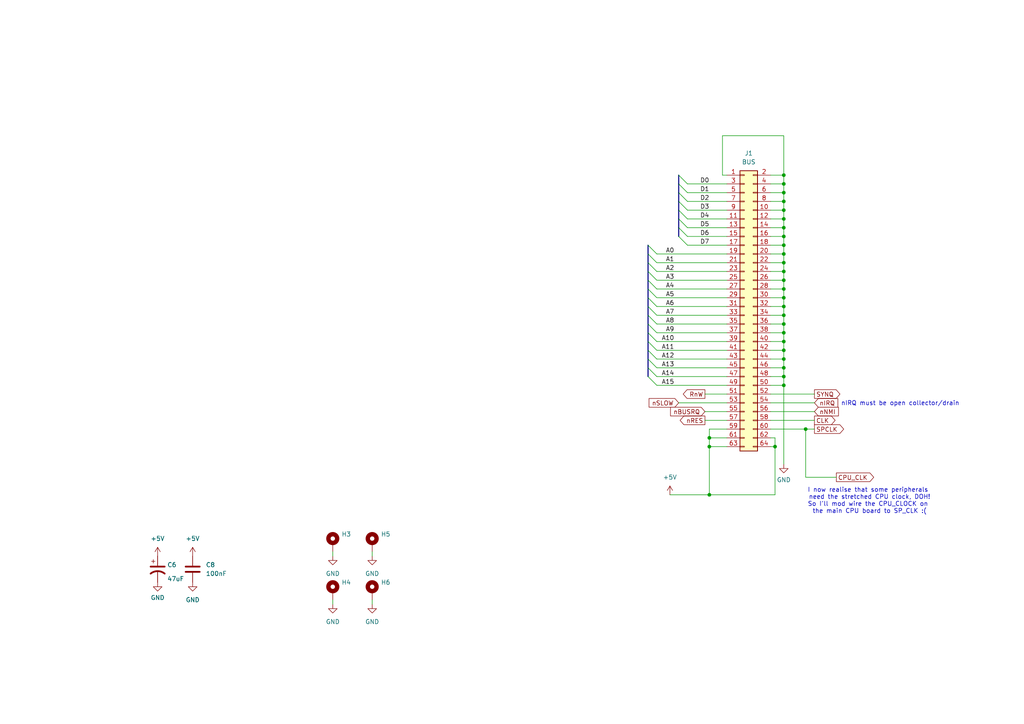
<source format=kicad_sch>
(kicad_sch (version 20250114) (generator "eeschema") (generator_version "9.0")
  (paper "A4")
  (lib_symbols
    (symbol "Connector_Generic:Conn_02x32_Odd_Even" (pin_names (offset 1.016) (hide yes))
      (property "Reference" "J" (at 1.27 40.64 0))
      (property "Value" "Conn_02x32_Odd_Even" (at 1.27 -43.18 0))
      (symbol "Conn_02x32_Odd_Even_1_1"
        (rectangle (start -1.27 39.37) (end 3.81 -41.91) (stroke (width 0.254)) (fill (type background)))
        (rectangle (start -1.27 38.227) (end 0 37.973) (stroke (width 0.1524)))
        (rectangle (start -1.27 35.687) (end 0 35.433) (stroke (width 0.1524)))
        (rectangle (start -1.27 33.147) (end 0 32.893) (stroke (width 0.1524)))
        (rectangle (start -1.27 30.607) (end 0 30.353) (stroke (width 0.1524)))
        (rectangle (start -1.27 28.067) (end 0 27.813) (stroke (width 0.1524)))
        (rectangle (start -1.27 25.527) (end 0 25.273) (stroke (width 0.1524)))
        (rectangle (start -1.27 22.987) (end 0 22.733) (stroke (width 0.1524)))
        (rectangle (start -1.27 20.447) (end 0 20.193) (stroke (width 0.1524)))
        (rectangle (start -1.27 17.907) (end 0 17.653) (stroke (width 0.1524)))
        (rectangle (start -1.27 15.367) (end 0 15.113) (stroke (width 0.1524)))
        (rectangle (start -1.27 12.827) (end 0 12.573) (stroke (width 0.1524)))
        (rectangle (start -1.27 10.287) (end 0 10.033) (stroke (width 0.1524)))
        (rectangle (start -1.27 7.747) (end 0 7.493) (stroke (width 0.1524)))
        (rectangle (start -1.27 5.207) (end 0 4.953) (stroke (width 0.1524)))
        (rectangle (start -1.27 2.667) (end 0 2.413) (stroke (width 0.1524)))
        (rectangle (start -1.27 0.127) (end 0 -0.127) (stroke (width 0.1524)))
        (rectangle (start -1.27 -2.413) (end 0 -2.667) (stroke (width 0.1524)))
        (rectangle (start -1.27 -4.953) (end 0 -5.207) (stroke (width 0.1524)))
        (rectangle (start -1.27 -7.493) (end 0 -7.747) (stroke (width 0.1524)))
        (rectangle (start -1.27 -10.033) (end 0 -10.287) (stroke (width 0.1524)))
        (rectangle (start -1.27 -12.573) (end 0 -12.827) (stroke (width 0.1524)))
        (rectangle (start -1.27 -15.113) (end 0 -15.367) (stroke (width 0.1524)))
        (rectangle (start -1.27 -17.653) (end 0 -17.907) (stroke (width 0.1524)))
        (rectangle (start -1.27 -20.193) (end 0 -20.447) (stroke (width 0.1524)))
        (rectangle (start -1.27 -22.733) (end 0 -22.987) (stroke (width 0.1524)))
        (rectangle (start -1.27 -25.273) (end 0 -25.527) (stroke (width 0.1524)))
        (rectangle (start -1.27 -27.813) (end 0 -28.067) (stroke (width 0.1524)))
        (rectangle (start -1.27 -30.353) (end 0 -30.607) (stroke (width 0.1524)))
        (rectangle (start -1.27 -32.893) (end 0 -33.147) (stroke (width 0.1524)))
        (rectangle (start -1.27 -35.433) (end 0 -35.687) (stroke (width 0.1524)))
        (rectangle (start -1.27 -37.973) (end 0 -38.227) (stroke (width 0.1524)))
        (rectangle (start -1.27 -40.513) (end 0 -40.767) (stroke (width 0.1524)))
        (rectangle (start 3.81 38.227) (end 2.54 37.973) (stroke (width 0.1524)))
        (rectangle (start 3.81 35.687) (end 2.54 35.433) (stroke (width 0.1524)))
        (rectangle (start 3.81 33.147) (end 2.54 32.893) (stroke (width 0.1524)))
        (rectangle (start 3.81 30.607) (end 2.54 30.353) (stroke (width 0.1524)))
        (rectangle (start 3.81 28.067) (end 2.54 27.813) (stroke (width 0.1524)))
        (rectangle (start 3.81 25.527) (end 2.54 25.273) (stroke (width 0.1524)))
        (rectangle (start 3.81 22.987) (end 2.54 22.733) (stroke (width 0.1524)))
        (rectangle (start 3.81 20.447) (end 2.54 20.193) (stroke (width 0.1524)))
        (rectangle (start 3.81 17.907) (end 2.54 17.653) (stroke (width 0.1524)))
        (rectangle (start 3.81 15.367) (end 2.54 15.113) (stroke (width 0.1524)))
        (rectangle (start 3.81 12.827) (end 2.54 12.573) (stroke (width 0.1524)))
        (rectangle (start 3.81 10.287) (end 2.54 10.033) (stroke (width 0.1524)))
        (rectangle (start 3.81 7.747) (end 2.54 7.493) (stroke (width 0.1524)))
        (rectangle (start 3.81 5.207) (end 2.54 4.953) (stroke (width 0.1524)))
        (rectangle (start 3.81 2.667) (end 2.54 2.413) (stroke (width 0.1524)))
        (rectangle (start 3.81 0.127) (end 2.54 -0.127) (stroke (width 0.1524)))
        (rectangle (start 3.81 -2.413) (end 2.54 -2.667) (stroke (width 0.1524)))
        (rectangle (start 3.81 -4.953) (end 2.54 -5.207) (stroke (width 0.1524)))
        (rectangle (start 3.81 -7.493) (end 2.54 -7.747) (stroke (width 0.1524)))
        (rectangle (start 3.81 -10.033) (end 2.54 -10.287) (stroke (width 0.1524)))
        (rectangle (start 3.81 -12.573) (end 2.54 -12.827) (stroke (width 0.1524)))
        (rectangle (start 3.81 -15.113) (end 2.54 -15.367) (stroke (width 0.1524)))
        (rectangle (start 3.81 -17.653) (end 2.54 -17.907) (stroke (width 0.1524)))
        (rectangle (start 3.81 -20.193) (end 2.54 -20.447) (stroke (width 0.1524)))
        (rectangle (start 3.81 -22.733) (end 2.54 -22.987) (stroke (width 0.1524)))
        (rectangle (start 3.81 -25.273) (end 2.54 -25.527) (stroke (width 0.1524)))
        (rectangle (start 3.81 -27.813) (end 2.54 -28.067) (stroke (width 0.1524)))
        (rectangle (start 3.81 -30.353) (end 2.54 -30.607) (stroke (width 0.1524)))
        (rectangle (start 3.81 -32.893) (end 2.54 -33.147) (stroke (width 0.1524)))
        (rectangle (start 3.81 -35.433) (end 2.54 -35.687) (stroke (width 0.1524)))
        (rectangle (start 3.81 -37.973) (end 2.54 -38.227) (stroke (width 0.1524)))
        (rectangle (start 3.81 -40.513) (end 2.54 -40.767) (stroke (width 0.1524)))
        (pin passive line (at -5.08 38.1 0) (length 3.81) (name "Pin_1") (number "1"))
        (pin passive line (at -5.08 35.56 0) (length 3.81) (name "Pin_3") (number "3"))
        (pin passive line (at -5.08 33.02 0) (length 3.81) (name "Pin_5") (number "5"))
        (pin passive line (at -5.08 30.48 0) (length 3.81) (name "Pin_7") (number "7"))
        (pin passive line (at -5.08 27.94 0) (length 3.81) (name "Pin_9") (number "9"))
        (pin passive line (at -5.08 25.4 0) (length 3.81) (name "Pin_11") (number "11"))
        (pin passive line (at -5.08 22.86 0) (length 3.81) (name "Pin_13") (number "13"))
        (pin passive line (at -5.08 20.32 0) (length 3.81) (name "Pin_15") (number "15"))
        (pin passive line (at -5.08 17.78 0) (length 3.81) (name "Pin_17") (number "17"))
        (pin passive line (at -5.08 15.24 0) (length 3.81) (name "Pin_19") (number "19"))
        (pin passive line (at -5.08 12.7 0) (length 3.81) (name "Pin_21") (number "21"))
        (pin passive line (at -5.08 10.16 0) (length 3.81) (name "Pin_23") (number "23"))
        (pin passive line (at -5.08 7.62 0) (length 3.81) (name "Pin_25") (number "25"))
        (pin passive line (at -5.08 5.08 0) (length 3.81) (name "Pin_27") (number "27"))
        (pin passive line (at -5.08 2.54 0) (length 3.81) (name "Pin_29") (number "29"))
        (pin passive line (at -5.08 0 0) (length 3.81) (name "Pin_31") (number "31"))
        (pin passive line (at -5.08 -2.54 0) (length 3.81) (name "Pin_33") (number "33"))
        (pin passive line (at -5.08 -5.08 0) (length 3.81) (name "Pin_35") (number "35"))
        (pin passive line (at -5.08 -7.62 0) (length 3.81) (name "Pin_37") (number "37"))
        (pin passive line (at -5.08 -10.16 0) (length 3.81) (name "Pin_39") (number "39"))
        (pin passive line (at -5.08 -12.7 0) (length 3.81) (name "Pin_41") (number "41"))
        (pin passive line (at -5.08 -15.24 0) (length 3.81) (name "Pin_43") (number "43"))
        (pin passive line (at -5.08 -17.78 0) (length 3.81) (name "Pin_45") (number "45"))
        (pin passive line (at -5.08 -20.32 0) (length 3.81) (name "Pin_47") (number "47"))
        (pin passive line (at -5.08 -22.86 0) (length 3.81) (name "Pin_49") (number "49"))
        (pin passive line (at -5.08 -25.4 0) (length 3.81) (name "Pin_51") (number "51"))
        (pin passive line (at -5.08 -27.94 0) (length 3.81) (name "Pin_53") (number "53"))
        (pin passive line (at -5.08 -30.48 0) (length 3.81) (name "Pin_55") (number "55"))
        (pin passive line (at -5.08 -33.02 0) (length 3.81) (name "Pin_57") (number "57"))
        (pin passive line (at -5.08 -35.56 0) (length 3.81) (name "Pin_59") (number "59"))
        (pin passive line (at -5.08 -38.1 0) (length 3.81) (name "Pin_61") (number "61"))
        (pin passive line (at -5.08 -40.64 0) (length 3.81) (name "Pin_63") (number "63"))
        (pin passive line (at 7.62 38.1 180) (length 3.81) (name "Pin_2") (number "2"))
        (pin passive line (at 7.62 35.56 180) (length 3.81) (name "Pin_4") (number "4"))
        (pin passive line (at 7.62 33.02 180) (length 3.81) (name "Pin_6") (number "6"))
        (pin passive line (at 7.62 30.48 180) (length 3.81) (name "Pin_8") (number "8"))
        (pin passive line (at 7.62 27.94 180) (length 3.81) (name "Pin_10") (number "10"))
        (pin passive line (at 7.62 25.4 180) (length 3.81) (name "Pin_12") (number "12"))
        (pin passive line (at 7.62 22.86 180) (length 3.81) (name "Pin_14") (number "14"))
        (pin passive line (at 7.62 20.32 180) (length 3.81) (name "Pin_16") (number "16"))
        (pin passive line (at 7.62 17.78 180) (length 3.81) (name "Pin_18") (number "18"))
        (pin passive line (at 7.62 15.24 180) (length 3.81) (name "Pin_20") (number "20"))
        (pin passive line (at 7.62 12.7 180) (length 3.81) (name "Pin_22") (number "22"))
        (pin passive line (at 7.62 10.16 180) (length 3.81) (name "Pin_24") (number "24"))
        (pin passive line (at 7.62 7.62 180) (length 3.81) (name "Pin_26") (number "26"))
        (pin passive line (at 7.62 5.08 180) (length 3.81) (name "Pin_28") (number "28"))
        (pin passive line (at 7.62 2.54 180) (length 3.81) (name "Pin_30") (number "30"))
        (pin passive line (at 7.62 0 180) (length 3.81) (name "Pin_32") (number "32"))
        (pin passive line (at 7.62 -2.54 180) (length 3.81) (name "Pin_34") (number "34"))
        (pin passive line (at 7.62 -5.08 180) (length 3.81) (name "Pin_36") (number "36"))
        (pin passive line (at 7.62 -7.62 180) (length 3.81) (name "Pin_38") (number "38"))
        (pin passive line (at 7.62 -10.16 180) (length 3.81) (name "Pin_40") (number "40"))
        (pin passive line (at 7.62 -12.7 180) (length 3.81) (name "Pin_42") (number "42"))
        (pin passive line (at 7.62 -15.24 180) (length 3.81) (name "Pin_44") (number "44"))
        (pin passive line (at 7.62 -17.78 180) (length 3.81) (name "Pin_46") (number "46"))
        (pin passive line (at 7.62 -20.32 180) (length 3.81) (name "Pin_48") (number "48"))
        (pin passive line (at 7.62 -22.86 180) (length 3.81) (name "Pin_50") (number "50"))
        (pin passive line (at 7.62 -25.4 180) (length 3.81) (name "Pin_52") (number "52"))
        (pin passive line (at 7.62 -27.94 180) (length 3.81) (name "Pin_54") (number "54"))
        (pin passive line (at 7.62 -30.48 180) (length 3.81) (name "Pin_56") (number "56"))
        (pin passive line (at 7.62 -33.02 180) (length 3.81) (name "Pin_58") (number "58"))
        (pin passive line (at 7.62 -35.56 180) (length 3.81) (name "Pin_60") (number "60"))
        (pin passive line (at 7.62 -38.1 180) (length 3.81) (name "Pin_62") (number "62"))
        (pin passive line (at 7.62 -40.64 180) (length 3.81) (name "Pin_64") (number "64"))
      )
    )
    (symbol "Device:C" (pin_numbers (hide yes)) (pin_names (offset 0.254))
      (property "Reference" "C" (at 0.635 2.54 0))
      (property "Value" "C" (at 0.635 -2.54 0))
      (symbol "C_0_1"
        (polyline (pts (xy -2.032 0.762) (xy 2.032 0.762)) (stroke (width 0.508)))
        (polyline (pts (xy -2.032 -0.762) (xy 2.032 -0.762)) (stroke (width 0.508)))
      )
      (symbol "C_1_1"
        (pin passive line (at 0 3.81 270) (length 2.794) (name "~") (number "1"))
        (pin passive line (at 0 -3.81 90) (length 2.794) (name "~") (number "2"))
      )
    )
    (symbol "Device:C_Polarized_US" (pin_numbers (hide yes)) (pin_names (offset 0.254) (hide yes))
      (property "Reference" "C" (at 0.635 2.54 0))
      (property "Value" "C_Polarized_US" (at 0.635 -2.54 0))
      (symbol "C_Polarized_US_0_1"
        (polyline (pts (xy -2.032 0.762) (xy 2.032 0.762)) (stroke (width 0.508)))
        (polyline (pts (xy -1.778 2.286) (xy -0.762 2.286)))
        (polyline (pts (xy -1.27 1.778) (xy -1.27 2.794)))
        (arc (start -2.032 -1.27) (mid 0 -0.5572) (end 2.032 -1.27) (stroke (width 0.508)))
      )
      (symbol "C_Polarized_US_1_1"
        (pin passive line (at 0 3.81 270) (length 2.794) (name "~") (number "1"))
        (pin passive line (at 0 -3.81 90) (length 3.302) (name "~") (number "2"))
      )
    )
    (symbol "Mechanical:MountingHole_Pad" (pin_numbers (hide yes)) (pin_names (offset 1.016) (hide yes)) (exclude_from_sim yes) (in_bom no)
      (property "Reference" "H" (at 0 6.35 0))
      (property "Value" "MountingHole_Pad" (at 0 4.445 0))
      (symbol "MountingHole_Pad_0_1"
        (circle (center 0 1.27) (radius 1.27) (stroke (width 1.27)))
      )
      (symbol "MountingHole_Pad_1_1"
        (pin input line (at 0 -2.54 90) (length 2.54) (name "1") (number "1"))
      )
    )
    (symbol "power:+5V" (power) (pin_names (offset 0))
      (property "Value" "+5V" (at 0 3.556 0))
      (symbol "+5V_0_1"
        (polyline (pts (xy -0.762 1.27) (xy 0 2.54)))
        (polyline (pts (xy 0 2.54) (xy 0.762 1.27)))
        (polyline (pts (xy 0 0) (xy 0 2.54)))
      )
      (symbol "+5V_1_1"
        (pin power_in line (at 0 0 90) (length 0) (hide yes) (name "+5V") (number "1"))
      )
    )
    (symbol "power:GND" (power) (pin_names (offset 0))
      (property "Value" "GND" (at 0 -3.81 0))
      (symbol "GND_0_1"
        (polyline (pts (xy 0 0) (xy 0 -1.27) (xy 1.27 -1.27) (xy 0 -2.54) (xy -1.27 -1.27) (xy 0 -1.27)))
      )
      (symbol "GND_1_1"
        (pin power_in line (at 0 0 270) (length 0) (hide yes) (name "GND") (number "1"))
      )
    )
  )
  (text "nIRQ must be open collector/drain" (at 261.112 117.094 0) (effects (font (size 1.27 1.27))))
  (text "I now realise that some peripherals \nneed the stretched CPU clock, DOH!\nSo I'll mod wire the CPU_CLOCK on \nthe main CPU board to SP_CLK :(" (at 252.222 145.288 0) (effects (font (size 1.27 1.27))))
  (junction (at 227.33 63.5))
  (junction (at 227.33 111.76))
  (junction (at 227.33 60.96))
  (junction (at 227.33 86.36))
  (junction (at 227.33 93.98))
  (junction (at 227.33 96.52))
  (junction (at 227.33 99.06))
  (junction (at 227.33 71.12))
  (junction (at 205.74 127))
  (junction (at 227.33 88.9))
  (junction (at 227.33 83.82))
  (junction (at 227.33 109.22))
  (junction (at 233.68 124.46))
  (junction (at 227.33 66.04))
  (junction (at 224.79 129.54))
  (junction (at 227.33 78.74))
  (junction (at 227.33 58.42))
  (junction (at 227.33 101.6))
  (junction (at 227.33 50.8))
  (junction (at 205.74 143.51))
  (junction (at 227.33 106.68))
  (junction (at 227.33 53.34))
  (junction (at 227.33 104.14))
  (junction (at 205.74 129.54))
  (junction (at 227.33 76.2))
  (junction (at 227.33 91.44))
  (junction (at 227.33 73.66))
  (junction (at 227.33 68.58))
  (junction (at 227.33 55.88))
  (junction (at 227.33 81.28))
  (bus_entry (at 190.5 104.14) (size -2.54 -2.54))
  (bus_entry (at 199.39 55.88) (size -2.54 -2.54))
  (bus_entry (at 190.5 76.2) (size -2.54 -2.54))
  (bus_entry (at 190.5 88.9) (size -2.54 -2.54))
  (bus_entry (at 190.5 83.82) (size -2.54 -2.54))
  (bus_entry (at 199.39 58.42) (size -2.54 -2.54))
  (bus_entry (at 190.5 96.52) (size -2.54 -2.54))
  (bus_entry (at 190.5 86.36) (size -2.54 -2.54))
  (bus_entry (at 199.39 63.5) (size -2.54 -2.54))
  (bus_entry (at 199.39 53.34) (size -2.54 -2.54))
  (bus_entry (at 190.5 81.28) (size -2.54 -2.54))
  (bus_entry (at 190.5 93.98) (size -2.54 -2.54))
  (bus_entry (at 199.39 66.04) (size -2.54 -2.54))
  (bus_entry (at 199.39 60.96) (size -2.54 -2.54))
  (bus_entry (at 190.5 99.06) (size -2.54 -2.54))
  (bus_entry (at 190.5 73.66) (size -2.54 -2.54))
  (bus_entry (at 190.5 101.6) (size -2.54 -2.54))
  (bus_entry (at 190.5 111.76) (size -2.54 -2.54))
  (bus_entry (at 199.39 71.12) (size -2.54 -2.54))
  (bus_entry (at 190.5 109.22) (size -2.54 -2.54))
  (bus_entry (at 190.5 91.44) (size -2.54 -2.54))
  (bus_entry (at 190.5 78.74) (size -2.54 -2.54))
  (bus_entry (at 199.39 68.58) (size -2.54 -2.54))
  (bus_entry (at 190.5 106.68) (size -2.54 -2.54))
  (wire (pts (xy 96.52 160.02) (xy 96.52 161.29)))
  (wire (pts (xy 223.52 109.22) (xy 227.33 109.22)))
  (wire (pts (xy 190.5 88.9) (xy 210.82 88.9)))
  (wire (pts (xy 236.22 119.38) (xy 223.52 119.38)))
  (wire (pts (xy 199.39 60.96) (xy 210.82 60.96)))
  (wire (pts (xy 190.5 91.44) (xy 210.82 91.44)))
  (wire (pts (xy 190.5 86.36) (xy 210.82 86.36)))
  (wire (pts (xy 199.39 63.5) (xy 210.82 63.5)))
  (wire (pts (xy 190.5 106.68) (xy 210.82 106.68)))
  (wire (pts (xy 223.52 101.6) (xy 227.33 101.6)))
  (wire (pts (xy 233.68 138.43) (xy 233.68 124.46)))
  (bus (pts (xy 187.96 83.82) (xy 187.96 86.36)))
  (bus (pts (xy 196.85 66.04) (xy 196.85 68.58)))
  (wire (pts (xy 227.33 55.88) (xy 227.33 58.42)))
  (bus (pts (xy 187.96 93.98) (xy 187.96 96.52)))
  (wire (pts (xy 107.95 160.02) (xy 107.95 161.29)))
  (wire (pts (xy 227.33 88.9) (xy 227.33 91.44)))
  (bus (pts (xy 187.96 101.6) (xy 187.96 104.14)))
  (wire (pts (xy 236.22 114.3) (xy 223.52 114.3)))
  (wire (pts (xy 190.5 101.6) (xy 210.82 101.6)))
  (wire (pts (xy 223.52 93.98) (xy 227.33 93.98)))
  (wire (pts (xy 223.52 76.2) (xy 227.33 76.2)))
  (wire (pts (xy 227.33 73.66) (xy 227.33 76.2)))
  (wire (pts (xy 224.79 143.51) (xy 205.74 143.51)))
  (wire (pts (xy 227.33 53.34) (xy 227.33 55.88)))
  (wire (pts (xy 190.5 83.82) (xy 210.82 83.82)))
  (wire (pts (xy 190.5 96.52) (xy 210.82 96.52)))
  (wire (pts (xy 223.52 127) (xy 224.79 127)))
  (wire (pts (xy 196.85 116.84) (xy 210.82 116.84)))
  (wire (pts (xy 204.47 119.38) (xy 210.82 119.38)))
  (wire (pts (xy 227.33 39.37) (xy 227.33 50.8)))
  (wire (pts (xy 190.5 109.22) (xy 210.82 109.22)))
  (wire (pts (xy 107.95 173.99) (xy 107.95 175.26)))
  (bus (pts (xy 187.96 88.9) (xy 187.96 91.44)))
  (wire (pts (xy 96.52 173.99) (xy 96.52 175.26)))
  (wire (pts (xy 190.5 99.06) (xy 210.82 99.06)))
  (wire (pts (xy 227.33 63.5) (xy 227.33 66.04)))
  (wire (pts (xy 204.47 121.92) (xy 210.82 121.92)))
  (bus (pts (xy 187.96 73.66) (xy 187.96 76.2)))
  (wire (pts (xy 210.82 124.46) (xy 205.74 124.46)))
  (wire (pts (xy 190.5 93.98) (xy 210.82 93.98)))
  (wire (pts (xy 223.52 96.52) (xy 227.33 96.52)))
  (wire (pts (xy 209.55 39.37) (xy 227.33 39.37)))
  (wire (pts (xy 223.52 60.96) (xy 227.33 60.96)))
  (wire (pts (xy 227.33 111.76) (xy 227.33 109.22)))
  (wire (pts (xy 199.39 55.88) (xy 210.82 55.88)))
  (bus (pts (xy 196.85 53.34) (xy 196.85 55.88)))
  (wire (pts (xy 204.47 114.3) (xy 210.82 114.3)))
  (wire (pts (xy 223.52 124.46) (xy 233.68 124.46)))
  (wire (pts (xy 223.52 63.5) (xy 227.33 63.5)))
  (wire (pts (xy 223.52 121.92) (xy 236.22 121.92)))
  (wire (pts (xy 205.74 127) (xy 205.74 129.54)))
  (wire (pts (xy 223.52 83.82) (xy 227.33 83.82)))
  (wire (pts (xy 242.57 138.43) (xy 233.68 138.43)))
  (wire (pts (xy 227.33 58.42) (xy 227.33 60.96)))
  (bus (pts (xy 187.96 71.12) (xy 187.96 73.66)))
  (wire (pts (xy 223.52 106.68) (xy 227.33 106.68)))
  (wire (pts (xy 223.52 104.14) (xy 227.33 104.14)))
  (bus (pts (xy 187.96 86.36) (xy 187.96 88.9)))
  (bus (pts (xy 187.96 81.28) (xy 187.96 83.82)))
  (wire (pts (xy 227.33 106.68) (xy 227.33 104.14)))
  (wire (pts (xy 224.79 129.54) (xy 224.79 143.51)))
  (wire (pts (xy 190.5 73.66) (xy 210.82 73.66)))
  (wire (pts (xy 223.52 71.12) (xy 227.33 71.12)))
  (wire (pts (xy 227.33 83.82) (xy 227.33 86.36)))
  (wire (pts (xy 227.33 50.8) (xy 223.52 50.8)))
  (wire (pts (xy 223.52 86.36) (xy 227.33 86.36)))
  (wire (pts (xy 227.33 50.8) (xy 227.33 53.34)))
  (bus (pts (xy 187.96 104.14) (xy 187.96 106.68)))
  (wire (pts (xy 205.74 129.54) (xy 205.74 143.51)))
  (wire (pts (xy 190.5 78.74) (xy 210.82 78.74)))
  (wire (pts (xy 227.33 111.76) (xy 227.33 134.62)))
  (wire (pts (xy 227.33 60.96) (xy 227.33 63.5)))
  (wire (pts (xy 227.33 66.04) (xy 227.33 68.58)))
  (wire (pts (xy 223.52 81.28) (xy 227.33 81.28)))
  (wire (pts (xy 199.39 58.42) (xy 210.82 58.42)))
  (wire (pts (xy 223.52 111.76) (xy 227.33 111.76)))
  (bus (pts (xy 187.96 99.06) (xy 187.96 101.6)))
  (wire (pts (xy 227.33 99.06) (xy 227.33 96.52)))
  (wire (pts (xy 223.52 91.44) (xy 227.33 91.44)))
  (wire (pts (xy 190.5 76.2) (xy 210.82 76.2)))
  (wire (pts (xy 227.33 71.12) (xy 227.33 73.66)))
  (wire (pts (xy 190.5 111.76) (xy 210.82 111.76)))
  (bus (pts (xy 187.96 76.2) (xy 187.96 78.74)))
  (wire (pts (xy 205.74 124.46) (xy 205.74 127)))
  (wire (pts (xy 227.33 104.14) (xy 227.33 101.6)))
  (wire (pts (xy 227.33 68.58) (xy 227.33 71.12)))
  (wire (pts (xy 227.33 91.44) (xy 227.33 93.98)))
  (bus (pts (xy 187.96 106.68) (xy 187.96 109.22)))
  (wire (pts (xy 210.82 127) (xy 205.74 127)))
  (bus (pts (xy 196.85 58.42) (xy 196.85 60.96)))
  (wire (pts (xy 227.33 78.74) (xy 227.33 81.28)))
  (wire (pts (xy 223.52 99.06) (xy 227.33 99.06)))
  (wire (pts (xy 199.39 53.34) (xy 210.82 53.34)))
  (wire (pts (xy 223.52 53.34) (xy 227.33 53.34)))
  (wire (pts (xy 223.52 78.74) (xy 227.33 78.74)))
  (wire (pts (xy 223.52 88.9) (xy 227.33 88.9)))
  (wire (pts (xy 227.33 109.22) (xy 227.33 106.68)))
  (wire (pts (xy 205.74 129.54) (xy 210.82 129.54)))
  (wire (pts (xy 236.22 116.84) (xy 223.52 116.84)))
  (bus (pts (xy 196.85 60.96) (xy 196.85 63.5)))
  (wire (pts (xy 233.68 124.46) (xy 236.22 124.46)))
  (bus (pts (xy 196.85 55.88) (xy 196.85 58.42)))
  (wire (pts (xy 223.52 129.54) (xy 224.79 129.54)))
  (wire (pts (xy 223.52 66.04) (xy 227.33 66.04)))
  (wire (pts (xy 190.5 104.14) (xy 210.82 104.14)))
  (bus (pts (xy 187.96 96.52) (xy 187.96 99.06)))
  (wire (pts (xy 199.39 71.12) (xy 210.82 71.12)))
  (wire (pts (xy 227.33 86.36) (xy 227.33 88.9)))
  (wire (pts (xy 199.39 66.04) (xy 210.82 66.04)))
  (wire (pts (xy 227.33 81.28) (xy 227.33 83.82)))
  (wire (pts (xy 190.5 81.28) (xy 210.82 81.28)))
  (wire (pts (xy 209.55 50.8) (xy 209.55 39.37)))
  (wire (pts (xy 224.79 127) (xy 224.79 129.54)))
  (wire (pts (xy 223.52 55.88) (xy 227.33 55.88)))
  (bus (pts (xy 187.96 91.44) (xy 187.96 93.98)))
  (bus (pts (xy 187.96 78.74) (xy 187.96 81.28)))
  (wire (pts (xy 223.52 73.66) (xy 227.33 73.66)))
  (wire (pts (xy 223.52 68.58) (xy 227.33 68.58)))
  (wire (pts (xy 210.82 50.8) (xy 209.55 50.8)))
  (wire (pts (xy 227.33 101.6) (xy 227.33 99.06)))
  (bus (pts (xy 196.85 50.8) (xy 196.85 53.34)))
  (wire (pts (xy 227.33 93.98) (xy 227.33 96.52)))
  (wire (pts (xy 205.74 143.51) (xy 194.31 143.51)))
  (wire (pts (xy 223.52 58.42) (xy 227.33 58.42)))
  (wire (pts (xy 199.39 68.58) (xy 210.82 68.58)))
  (wire (pts (xy 227.33 76.2) (xy 227.33 78.74)))
  (bus (pts (xy 196.85 63.5) (xy 196.85 66.04)))
  (label "D4" (at 205.74 63.5 180))
  (label "A6" (at 195.58 88.9 180))
  (label "D0" (at 205.74 53.34 180))
  (label "D5" (at 205.74 66.04 180))
  (label "A8" (at 195.58 93.98 180))
  (label "A10" (at 195.58 99.06 180))
  (label "A5" (at 195.58 86.36 180))
  (label "A14" (at 195.58 109.22 180))
  (label "A11" (at 195.58 101.6 180))
  (label "A12" (at 195.58 104.14 180))
  (label "D6" (at 205.74 68.58 180))
  (label "A4" (at 195.58 83.82 180))
  (label "A7" (at 195.58 91.44 180))
  (label "A0" (at 195.58 73.66 180))
  (label "A15" (at 195.58 111.76 180))
  (label "A13" (at 195.58 106.68 180))
  (label "D7" (at 205.74 71.12 180))
  (label "D3" (at 205.74 60.96 180))
  (label "D2" (at 205.74 58.42 180))
  (label "D1" (at 205.74 55.88 180))
  (label "A1" (at 195.58 76.2 180))
  (label "A2" (at 195.58 78.74 180))
  (label "A3" (at 195.58 81.28 180))
  (label "A9" (at 195.58 96.52 180))
  (global_label "nBUSRQ" (shape input) (at 204.47 119.38 180) (property "Intersheetrefs" "${INTERSHEET_REFS}" (effects (hide yes))))
  (global_label "CPU_CLK" (shape output) (at 242.57 138.43 0) (property "Intersheetrefs" "${INTERSHEET_REFS}" (effects (hide yes))))
  (global_label "CLK" (shape output) (at 236.22 121.92 0) (property "Intersheetrefs" "${INTERSHEET_REFS}" (effects (hide yes))))
  (global_label "nSLOW" (shape input) (at 196.85 116.84 180) (property "Intersheetrefs" "${INTERSHEET_REFS}" (effects (hide yes))))
  (global_label "nNMI" (shape input) (at 236.22 119.38 0) (property "Intersheetrefs" "${INTERSHEET_REFS}" (effects (hide yes))))
  (global_label "RnW" (shape output) (at 204.47 114.3 180) (property "Intersheetrefs" "${INTERSHEET_REFS}" (effects (hide yes))))
  (global_label "nIRQ" (shape input) (at 236.22 116.84 0) (property "Intersheetrefs" "${INTERSHEET_REFS}" (effects (hide yes))))
  (global_label "SYNQ" (shape output) (at 236.22 114.3 0) (property "Intersheetrefs" "${INTERSHEET_REFS}" (effects (hide yes))))
  (global_label "nRES" (shape output) (at 204.47 121.92 180) (property "Intersheetrefs" "${INTERSHEET_REFS}" (effects (hide yes))))
  (global_label "SPCLK" (shape output) (at 236.22 124.46 0) (property "Intersheetrefs" "${INTERSHEET_REFS}" (effects (hide yes))))
  (symbol (lib_id "power:GND") (at 55.88 168.91 0) (unit 1)
    (property "Reference" "#PWR025" (effects (hide yes)))
    (property "Value" "GND" (at 55.88 173.99 0))
  )
  (symbol (lib_id "power:GND") (at 96.52 161.29 0) (unit 1)
    (property "Reference" "#PWR03" (effects (hide yes)))
    (property "Value" "GND" (at 96.52 166.37 0))
    (property "Description" "Power symbol creates a global label with name \"GND\" , ground" (effects (hide yes)))
  )
  (symbol (lib_id "power:GND") (at 107.95 161.29 0) (unit 1)
    (property "Reference" "#PWR05" (effects (hide yes)))
    (property "Value" "GND" (at 107.95 166.37 0))
    (property "Description" "Power symbol creates a global label with name \"GND\" , ground" (effects (hide yes)))
  )
  (symbol (lib_id "Device:C") (at 55.88 165.1 0) (unit 1)
    (property "Reference" "C8" (at 59.69 163.8299 0) (effects (justify left)))
    (property "Value" "100nF" (at 59.69 166.3699 0) (effects (justify left)))
    (property "Footprint" "Capacitor_SMD:C_0805_2012Metric" (effects (hide yes)))
    (property "Description" "Unpolarized capacitor" (effects (hide yes)))
  )
  (symbol (lib_id "power:+5V") (at 55.88 161.29 0) (unit 1)
    (property "Reference" "#PWR024" (effects (hide yes)))
    (property "Value" "+5V" (at 55.88 156.21 0))
  )
  (symbol (lib_id "power:GND") (at 107.95 175.26 0) (unit 1)
    (property "Reference" "#PWR01" (effects (hide yes)))
    (property "Value" "GND" (at 107.95 180.34 0))
    (property "Description" "Power symbol creates a global label with name \"GND\" , ground" (effects (hide yes)))
  )
  (symbol (lib_id "Mechanical:MountingHole_Pad") (at 96.52 157.48 0) (unit 1) (exclude_from_sim yes)
    (property "Reference" "H3" (at 99.06 154.9399 0) (effects (justify left)))
    (property "Value" "MountingHole_Pad" (effects (hide yes)))
    (property "Footprint" "MountingHole:MountingHole_3.2mm_M3_Pad_TopBottom" (effects (hide yes)))
    (property "Description" "Mounting Hole with connection" (effects (hide yes)))
    (property "LCSC" "DNF" (effects (hide yes)))
  )
  (symbol (lib_id "Device:C_Polarized_US") (at 45.72 165.1 0) (unit 1)
    (property "Reference" "C6" (at 48.514 163.83 0) (effects (justify left)))
    (property "Value" "47uF" (at 48.514 167.894 0) (effects (justify left)))
    (property "Footprint" "Capacitor_SMD:C_1206_3216Metric" (effects (hide yes)))
    (property "LCSC" "C96123" (effects (hide yes)))
  )
  (symbol (lib_id "Mechanical:MountingHole_Pad") (at 96.52 171.45 0) (unit 1) (exclude_from_sim yes)
    (property "Reference" "H4" (at 99.06 168.9099 0) (effects (justify left)))
    (property "Value" "MountingHole_Pad" (effects (hide yes)))
    (property "Footprint" "MountingHole:MountingHole_3.2mm_M3_Pad_TopBottom" (effects (hide yes)))
    (property "Description" "Mounting Hole with connection" (effects (hide yes)))
    (property "LCSC" "DNF" (effects (hide yes)))
  )
  (symbol (lib_id "power:GND") (at 45.72 168.91 0) (unit 1)
    (property "Reference" "#PWR021" (effects (hide yes)))
    (property "Value" "GND" (at 45.72 173.355 0))
  )
  (symbol (lib_id "power:+5V") (at 45.72 161.29 0) (unit 1)
    (property "Reference" "#PWR020" (effects (hide yes)))
    (property "Value" "+5V" (at 45.72 156.21 0))
  )
  (symbol (lib_id "power:GND") (at 227.33 134.62 0) (unit 1)
    (property "Reference" "#PWR013" (effects (hide yes)))
    (property "Value" "GND" (at 227.33 139.1825 0))
  )
  (symbol (lib_id "power:+5V") (at 194.31 143.51 0) (unit 1)
    (property "Reference" "#PWR012" (effects (hide yes)))
    (property "Value" "+5V" (at 194.31 138.43 0))
  )
  (symbol (lib_id "Mechanical:MountingHole_Pad") (at 107.95 171.45 0) (unit 1) (exclude_from_sim yes)
    (property "Reference" "H6" (at 110.49 168.9099 0) (effects (justify left)))
    (property "Value" "MountingHole_Pad" (effects (hide yes)))
    (property "Footprint" "MountingHole:MountingHole_3.2mm_M3_Pad_TopBottom" (effects (hide yes)))
    (property "Description" "Mounting Hole with connection" (effects (hide yes)))
    (property "LCSC" "DNF" (effects (hide yes)))
  )
  (symbol (lib_id "power:GND") (at 96.52 175.26 0) (unit 1)
    (property "Reference" "#PWR04" (effects (hide yes)))
    (property "Value" "GND" (at 96.52 180.34 0))
    (property "Description" "Power symbol creates a global label with name \"GND\" , ground" (effects (hide yes)))
  )
  (symbol (lib_id "Connector_Generic:Conn_02x32_Odd_Even") (at 215.9 88.9 0) (unit 1)
    (property "Reference" "J1" (at 217.17 44.45 0))
    (property "Value" "BUS" (at 217.17 46.99 0))
    (property "Footprint" "Connector_PinSocket_2.54mm:PinSocket_2x32_P2.54mm_Vertical" (effects (hide yes)))
    (property "Description" "Generic connector, double row, 02x32, odd/even pin numbering scheme (row 1 odd numbers, row 2 even numbers), script generated (kicad-library-utils/schlib/autogen/connector/)" (effects (hide yes)))
    (property "LCSC" "DNF" (effects (hide yes)))
  )
  (symbol (lib_id "Mechanical:MountingHole_Pad") (at 107.95 157.48 0) (unit 1) (exclude_from_sim yes)
    (property "Reference" "H5" (at 110.49 154.9399 0) (effects (justify left)))
    (property "Value" "MountingHole_Pad" (effects (hide yes)))
    (property "Footprint" "MountingHole:MountingHole_3.2mm_M3_Pad_TopBottom" (effects (hide yes)))
    (property "Description" "Mounting Hole with connection" (effects (hide yes)))
    (property "LCSC" "DNF" (effects (hide yes)))
  )
)
</source>
